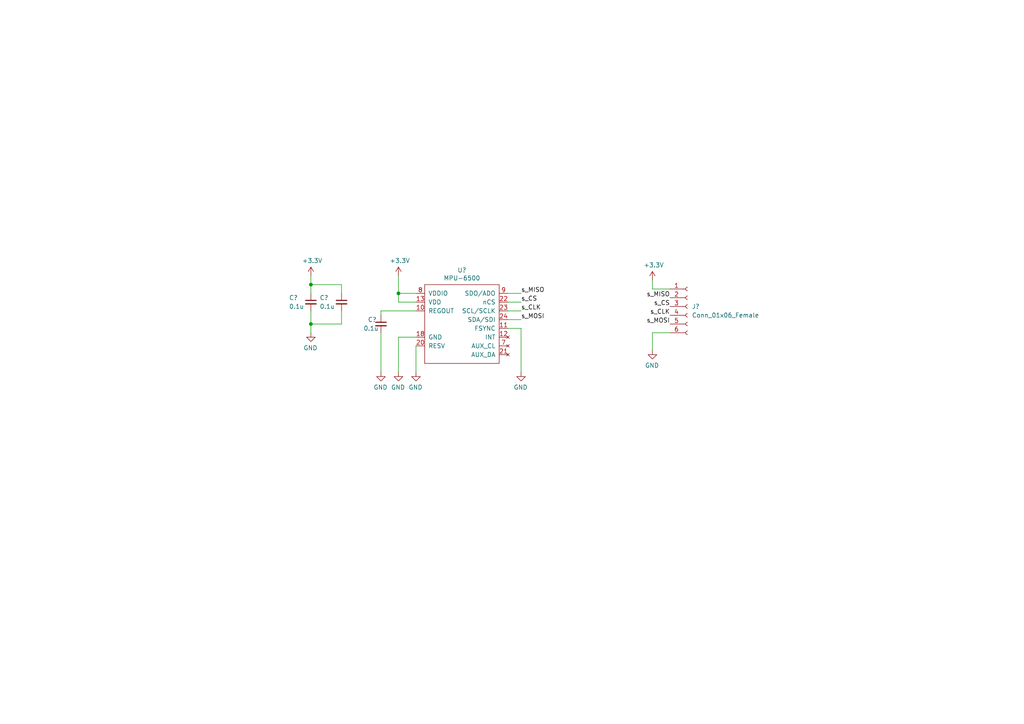
<source format=kicad_sch>
(kicad_sch (version 20211123) (generator eeschema)
  (paper "A4")
  (lib_symbols
    (symbol "Connector:Conn_01x06_Female" (pin_names (offset 1.016) hide)
      (property "Reference" "J" (at 0 7.62 0))
      (property "Value" "Conn_01x06_Female" (at 0 -10.16 0))
      (symbol "Conn_01x06_Female_1_1"
        (arc (start 0 -7.112) (mid -0.508 -7.62) (end 0 -8.128) (stroke (width 0.1524)))
        (arc (start 0 -4.572) (mid -0.508 -5.08) (end 0 -5.588) (stroke (width 0.1524)))
        (arc (start 0 -2.032) (mid -0.508 -2.54) (end 0 -3.048) (stroke (width 0.1524)))
        (polyline (pts (xy -1.27 -7.62) (xy -0.508 -7.62)) (stroke (width 0.1524)))
        (polyline (pts (xy -1.27 -5.08) (xy -0.508 -5.08)) (stroke (width 0.1524)))
        (polyline (pts (xy -1.27 -2.54) (xy -0.508 -2.54)) (stroke (width 0.1524)))
        (polyline (pts (xy -1.27 0) (xy -0.508 0)) (stroke (width 0.1524)))
        (polyline (pts (xy -1.27 2.54) (xy -0.508 2.54)) (stroke (width 0.1524)))
        (polyline (pts (xy -1.27 5.08) (xy -0.508 5.08)) (stroke (width 0.1524)))
        (arc (start 0 0.508) (mid -0.508 0) (end 0 -0.508) (stroke (width 0.1524)))
        (arc (start 0 3.048) (mid -0.508 2.54) (end 0 2.032) (stroke (width 0.1524)))
        (arc (start 0 5.588) (mid -0.508 5.08) (end 0 4.572) (stroke (width 0.1524)))
        (pin passive line (at -5.08 5.08 0) (length 3.81) (name "Pin_1") (number "1"))
        (pin passive line (at -5.08 2.54 0) (length 3.81) (name "Pin_2") (number "2"))
        (pin passive line (at -5.08 0 0) (length 3.81) (name "Pin_3") (number "3"))
        (pin passive line (at -5.08 -2.54 0) (length 3.81) (name "Pin_4") (number "4"))
        (pin passive line (at -5.08 -5.08 0) (length 3.81) (name "Pin_5") (number "5"))
        (pin passive line (at -5.08 -7.62 0) (length 3.81) (name "Pin_6") (number "6"))
      )
    )
    (symbol "Device:C_Small" (pin_numbers hide) (pin_names (offset 0.254) hide)
      (property "Reference" "C" (at 0.254 1.778 0))
      (property "Value" "C_Small" (at 0.254 -2.032 0))
      (symbol "C_Small_0_1"
        (polyline (pts (xy -1.524 -0.508) (xy 1.524 -0.508)) (stroke (width 0.3302)))
        (polyline (pts (xy -1.524 0.508) (xy 1.524 0.508)) (stroke (width 0.3048)))
      )
      (symbol "C_Small_1_1"
        (pin passive line (at 0 2.54 270) (length 2.032) (name "~") (number "1"))
        (pin passive line (at 0 -2.54 90) (length 2.032) (name "~") (number "2"))
      )
    )
    (symbol "My_Device:MPU-6500" (pin_names (offset 1.016))
      (property "Reference" "IC" (at 10.16 5.08 0))
      (property "Value" "My_Device_MPU-6500" (at 10.16 7.62 0))
      (symbol "MPU-6500_0_1"
        (rectangle (start 0 2.54) (end 21.59 -20.32))
      )
      (symbol "MPU-6500_1_1"
        (pin input line (at -2.54 -5.08 0) (length 2.54) (name "REGOUT") (number "10"))
        (pin input line (at 24.13 -10.16 180) (length 2.54) (name "FSYNC") (number "11"))
        (pin no_connect line (at 24.13 -12.7 180) (length 2.54) (name "INT") (number "12"))
        (pin input line (at -2.54 -2.54 0) (length 2.54) (name "VDD") (number "13"))
        (pin input line (at -2.54 -12.7 0) (length 2.54) (name "GND") (number "18"))
        (pin input line (at -2.54 -15.24 0) (length 2.54) (name "RESV") (number "20"))
        (pin no_connect line (at 24.13 -17.78 180) (length 2.54) (name "AUX_DA") (number "21"))
        (pin input line (at 24.13 -2.54 180) (length 2.54) (name "nCS") (number "22"))
        (pin input line (at 24.13 -5.08 180) (length 2.54) (name "SCL/SCLK") (number "23"))
        (pin input line (at 24.13 -7.62 180) (length 2.54) (name "SDA/SDI") (number "24"))
        (pin no_connect line (at 24.13 -15.24 180) (length 2.54) (name "AUX_CL") (number "7"))
        (pin input line (at -2.54 0 0) (length 2.54) (name "VDDIO") (number "8"))
        (pin input line (at 24.13 0 180) (length 2.54) (name "SDO/ADO") (number "9"))
      )
    )
    (symbol "power:+3.3V" (power) (pin_names (offset 0))
      (property "Value" "+3.3V" (at 0 3.556 0))
      (symbol "+3.3V_0_1"
        (polyline (pts (xy -0.762 1.27) (xy 0 2.54)))
        (polyline (pts (xy 0 0) (xy 0 2.54)))
        (polyline (pts (xy 0 2.54) (xy 0.762 1.27)))
      )
      (symbol "+3.3V_1_1"
        (pin power_in line (at 0 0 90) (length 0) hide (name "+3.3V") (number "1"))
      )
    )
    (symbol "power:GND" (power) (pin_names (offset 0))
      (property "Value" "GND" (at 0 -3.81 0))
      (symbol "GND_0_1"
        (polyline (pts (xy 0 0) (xy 0 -1.27) (xy 1.27 -1.27) (xy 0 -2.54) (xy -1.27 -1.27) (xy 0 -1.27)))
      )
      (symbol "GND_1_1"
        (pin power_in line (at 0 0 270) (length 0) hide (name "GND") (number "1"))
      )
    )
  )
  (junction (at 90.17 93.98))
  (junction (at 90.17 82.55))
  (junction (at 115.57 85.09))
  (wire (pts (xy 90.17 82.55) (xy 90.17 85.09)))
  (wire (pts (xy 115.57 85.09) (xy 120.65 85.09)))
  (wire (pts (xy 189.23 83.82) (xy 194.31 83.82)))
  (wire (pts (xy 90.17 90.17) (xy 90.17 93.98)))
  (wire (pts (xy 99.06 82.55) (xy 90.17 82.55)))
  (wire (pts (xy 151.13 95.25) (xy 151.13 107.95)))
  (wire (pts (xy 147.32 90.17) (xy 151.13 90.17)))
  (wire (pts (xy 120.65 87.63) (xy 115.57 87.63)))
  (wire (pts (xy 189.23 96.52) (xy 189.23 101.6)))
  (wire (pts (xy 147.32 87.63) (xy 151.13 87.63)))
  (wire (pts (xy 120.65 90.17) (xy 110.49 90.17)))
  (wire (pts (xy 147.32 85.09) (xy 151.13 85.09)))
  (wire (pts (xy 115.57 97.79) (xy 115.57 107.95)))
  (wire (pts (xy 120.65 100.33) (xy 120.65 107.95)))
  (wire (pts (xy 189.23 81.28) (xy 189.23 83.82)))
  (wire (pts (xy 110.49 90.17) (xy 110.49 91.44)))
  (wire (pts (xy 99.06 93.98) (xy 90.17 93.98)))
  (wire (pts (xy 99.06 85.09) (xy 99.06 82.55)))
  (wire (pts (xy 115.57 85.09) (xy 115.57 87.63)))
  (wire (pts (xy 147.32 95.25) (xy 151.13 95.25)))
  (wire (pts (xy 194.31 96.52) (xy 189.23 96.52)))
  (wire (pts (xy 90.17 93.98) (xy 90.17 96.52)))
  (wire (pts (xy 115.57 80.01) (xy 115.57 85.09)))
  (wire (pts (xy 99.06 90.17) (xy 99.06 93.98)))
  (wire (pts (xy 90.17 80.01) (xy 90.17 82.55)))
  (wire (pts (xy 120.65 97.79) (xy 115.57 97.79)))
  (wire (pts (xy 147.32 92.71) (xy 151.13 92.71)))
  (wire (pts (xy 110.49 96.52) (xy 110.49 107.95)))
  (label "s_MOSI" (at 194.31 93.98 180))
  (label "s_CS" (at 194.31 88.9 180))
  (label "s_CLK" (at 151.13 90.17 0))
  (label "s_MISO" (at 194.31 86.36 180))
  (label "s_CLK" (at 194.31 91.44 180))
  (label "s_MISO" (at 151.13 85.09 0))
  (label "s_CS" (at 151.13 87.63 0))
  (label "s_MOSI" (at 151.13 92.71 0))
  (symbol (lib_id "power:GND") (at 110.49 107.95 0) (mirror y) (unit 1)
    (property "Reference" "#PWR?" (effects hide))
    (property "Value" "GND" (at 110.363 112.3442 0))
  )
  (symbol (lib_id "power:GND") (at 115.57 107.95 0) (mirror y) (unit 1)
    (property "Reference" "#PWR?" (effects hide))
    (property "Value" "GND" (at 115.443 112.3442 0))
  )
  (symbol (lib_id "power:+3.3V") (at 90.17 80.01 0) (unit 1)
    (property "Reference" "#PWR?" (effects hide))
    (property "Value" "+3.3V" (at 90.551 75.6158 0))
  )
  (symbol (lib_id "Device:C_Small") (at 90.17 87.63 0) (unit 1)
    (property "Reference" "C?" (at 83.82 86.36 0) (effects (justify left)))
    (property "Value" "0.1u" (at 83.82 88.9 0) (effects (justify left)))
    (property "Footprint" "Capacitor_SMD:C_0603_1608Metric_Pad1.08x0.95mm_HandSolder" (effects hide))
  )
  (symbol (lib_id "Device:C_Small") (at 110.49 93.98 0) (unit 1)
    (property "Reference" "C?" (at 106.68 92.71 0) (effects (justify left)))
    (property "Value" "0.1u" (at 105.41 95.25 0) (effects (justify left)))
    (property "Footprint" "Capacitor_SMD:C_0603_1608Metric_Pad1.08x0.95mm_HandSolder" (effects hide))
  )
  (symbol (lib_id "power:+3.3V") (at 189.23 81.28 0) (unit 1)
    (property "Reference" "#PWR?" (effects hide))
    (property "Value" "+3.3V" (at 189.611 76.8858 0))
  )
  (symbol (lib_id "My_Device:MPU-6500") (at 123.19 85.09 0) (unit 1)
    (property "Reference" "U?" (at 133.985 78.359 0))
    (property "Value" "MPU-6500" (at 133.985 80.6704 0))
    (property "Footprint" "Package_DFN_QFN:QFN-24-1EP_3x3mm_P0.4mm_EP1.75x1.6mm" (effects hide))
    (property "Datasheet" "https://product.tdk.com/system/files/dam/doc/product/sensor/mortion-inertial/imu/data_sheet/mpu-6500-datasheet2.pdf" (effects hide))
  )
  (symbol (lib_id "power:+3.3V") (at 115.57 80.01 0) (unit 1)
    (property "Reference" "#PWR?" (effects hide))
    (property "Value" "+3.3V" (at 115.951 75.6158 0))
  )
  (symbol (lib_id "power:GND") (at 90.17 96.52 0) (mirror y) (unit 1)
    (property "Reference" "#PWR?" (effects hide))
    (property "Value" "GND" (at 90.043 100.9142 0))
  )
  (symbol (lib_id "power:GND") (at 151.13 107.95 0) (mirror y) (unit 1)
    (property "Reference" "#PWR?" (effects hide))
    (property "Value" "GND" (at 151.003 112.3442 0))
  )
  (symbol (lib_id "Connector:Conn_01x06_Female") (at 199.39 88.9 0) (unit 1)
    (property "Reference" "J?" (at 200.66 88.8999 0) (effects (justify left)))
    (property "Value" "Conn_01x06_Female" (at 200.66 91.4399 0) (effects (justify left)))
  )
  (symbol (lib_id "power:GND") (at 120.65 107.95 0) (mirror y) (unit 1)
    (property "Reference" "#PWR?" (effects hide))
    (property "Value" "GND" (at 120.523 112.3442 0))
  )
  (symbol (lib_id "Device:C_Small") (at 99.06 87.63 0) (unit 1)
    (property "Reference" "C?" (at 92.71 86.36 0) (effects (justify left)))
    (property "Value" "0.1u" (at 92.71 88.9 0) (effects (justify left)))
    (property "Footprint" "Capacitor_SMD:C_0603_1608Metric_Pad1.08x0.95mm_HandSolder" (effects hide))
  )
  (symbol (lib_id "power:GND") (at 189.23 101.6 0) (mirror y) (unit 1)
    (property "Reference" "#PWR?" (effects hide))
    (property "Value" "GND" (at 189.103 105.9942 0))
  )
)
</source>
